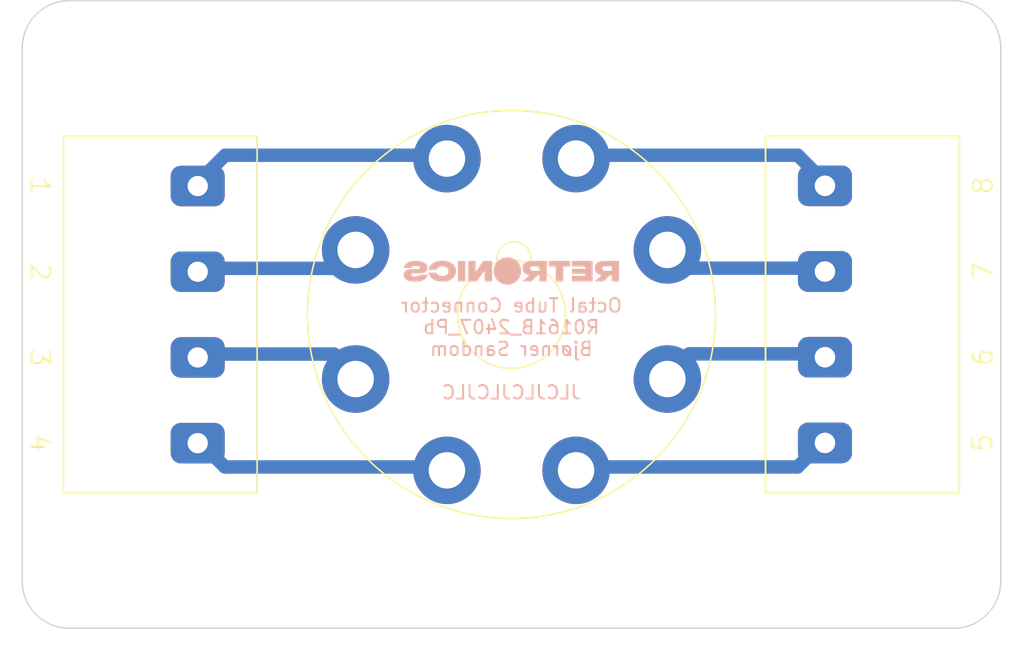
<source format=kicad_pcb>
(kicad_pcb (version 20221018) (generator pcbnew)
  (layers (0 "F.Cu" signal) (31 "B.Cu" signal) (34 "B.Paste" user) (35 "F.Paste" user) (36 "B.SilkS" user "B.Silkscreen") (37 "F.SilkS" user "F.Silkscreen") (38 "B.Mask" user) (39 "F.Mask" user) (44 "Edge.Cuts" user))
  (net 0 "")
  (net 1 "Net-(J1-Pin_1)")
  (net 2 "Net-(J1-Pin_2)")
  (net 3 "Net-(J1-Pin_3)")
  (net 4 "Net-(J1-Pin_4)")
  (net 5 "Net-(J1-Pin_5)")
  (net 6 "Net-(J1-Pin_6)")
  (net 7 "Net-(J1-Pin_7)")
  (net 8 "Net-(J1-Pin_8)")
  (footprint "MountingHole:MountingHole_3.2mm_M3" (layer "F.Cu") (at 89.5 118.5)
    (fp_text reference "H3" hide)
    (fp_text value "MountingHole")
    (pad "" np_thru_hole circle (at 0 0) (size 3.2 3.2) (drill 3.2) (layers "*.Cu" "*.Mask"))
  )
  (footprint "Retronics_Connectors:ScrewTerminal_JL635_4" (layer "F.Cu") (at 145.475 108.267 90)
    (fp_text reference "J3" hide)
    (fp_text value "ScrewTerminal")
    (fp_line (start -3.683 -4.4) (end -3.683 9.95) (stroke (width 0.12)) (layer "F.SilkS"))
    (fp_line (start -3.683 -4.4) (end 22.717 -4.4) (stroke (width 0.12)) (layer "F.SilkS"))
    (fp_line (start -3.683 9.95) (end 22.717 9.95) (stroke (width 0.12)) (layer "F.SilkS"))
    (fp_line (start 22.717 -4.4) (end 22.717 9.95) (stroke (width 0.12)) (layer "F.SilkS"))
    (pad "1" thru_hole roundrect locked (at 0 0 90) (size 3 4) (drill 1.5) (layers "*.Cu" "*.Mask") (net 5 "Net-(J1-Pin_5)"))
    (pad "2" thru_hole roundrect locked (at 6.35 0 90) (size 3 4) (drill 1.5) (layers "*.Cu" "*.Mask") (net 6 "Net-(J1-Pin_6)"))
    (pad "3" thru_hole roundrect locked (at 12.7 0 90) (size 3 4) (drill 1.5) (layers "*.Cu" "*.Mask") (net 7 "Net-(J1-Pin_7)"))
    (pad "4" thru_hole roundrect locked (at 19.05 0 90) (size 3 4) (drill 1.5) (layers "*.Cu" "*.Mask") (net 8 "Net-(J1-Pin_8)"))
  )
  (footprint "MountingHole:MountingHole_3.2mm_M3" (layer "F.Cu") (at 155 118.5)
    (fp_text reference "H4" hide)
    (fp_text value "MountingHole")
    (pad "" np_thru_hole circle (at 0 0) (size 3.2 3.2) (drill 3.2) (layers "*.Cu" "*.Mask"))
  )
  (footprint "MountingHole:MountingHole_3.2mm_M3" (layer "F.Cu") (at 89.5 79)
    (fp_text reference "H1" hide)
    (fp_text value "MountingHole")
    (pad "" np_thru_hole circle (at 0 0) (size 3.2 3.2) (drill 3.2) (layers "*.Cu" "*.Mask"))
  )
  (footprint "Retronics_Connectors:Octal_Ceramic" (layer "F.Cu") (at 122.25 98.75 22.5)
    (fp_text reference "J1" hide)
    (fp_text value "Octal Socket")
    (fp_arc (start 0.524274 -3.995145) (mid 2.260212 -4.891133) (end 2.75 -3) (stroke (width 0.12)) (layer "F.SilkS"))
    (fp_circle (center 0 0) (end 0 15.12) (stroke (width 0.12)) (fill none) (layer "F.SilkS"))
    (fp_circle (center 0 0) (end 4 0) (stroke (width 0.12)) (fill none) (layer "F.SilkS"))
    (pad "1" thru_hole oval locked (at 0 -12.5 22.5) (size 5 5) (drill 2.7) (layers "*.Cu" "*.Mask") (net 1 "Net-(J1-Pin_1)"))
    (pad "2" thru_hole oval locked (at -8.838834 -8.838834 22.5) (size 5 5) (drill 2.7) (layers "*.Cu" "*.Mask") (net 2 "Net-(J1-Pin_2)"))
    (pad "3" thru_hole oval locked (at -12.5 0 22.5) (size 5 5) (drill 2.7) (layers "*.Cu" "*.Mask") (net 3 "Net-(J1-Pin_3)"))
    (pad "4" thru_hole oval locked (at -8.838834 8.838834 22.5) (size 5 5) (drill 2.7) (layers "*.Cu" "*.Mask") (net 4 "Net-(J1-Pin_4)"))
    (pad "5" thru_hole oval locked (at 0 12.5 22.5) (size 5 5) (drill 2.7) (layers "*.Cu" "*.Mask") (net 5 "Net-(J1-Pin_5)"))
    (pad "6" thru_hole oval locked (at 8.838834 8.838834 22.5) (size 5 5) (drill 2.7) (layers "*.Cu" "*.Mask") (net 6 "Net-(J1-Pin_6)"))
    (pad "7" thru_hole oval locked (at 12.5 0 22.5) (size 5 5) (drill 2.7) (layers "*.Cu" "*.Mask") (net 7 "Net-(J1-Pin_7)"))
    (pad "8" thru_hole oval locked (at 8.838834 -8.838834 22.5) (size 5 5) (drill 2.7) (layers "*.Cu" "*.Mask") (net 8 "Net-(J1-Pin_8)"))
  )
  (footprint "Retronics_Connectors:ScrewTerminal_JL635_4" (layer "F.Cu") (at 145.475 108.267 90)
    (fp_text reference "J3" hide)
    (fp_text value "ScrewTerminal")
    (fp_line (start -3.683 -4.4) (end -3.683 9.95) (stroke (width 0.12)) (layer "F.SilkS"))
    (fp_line (start -3.683 -4.4) (end 22.717 -4.4) (stroke (width 0.12)) (layer "F.SilkS"))
    (fp_line (start -3.683 9.95) (end 22.717 9.95) (stroke (width 0.12)) (layer "F.SilkS"))
    (fp_line (start 22.717 -4.4) (end 22.717 9.95) (stroke (width 0.12)) (layer "F.SilkS"))
    (pad "1" thru_hole roundrect locked (at 0 0 90) (size 3 4) (drill 1.5) (layers "*.Cu" "*.Mask") (net 5 "Net-(J1-Pin_5)"))
    (pad "2" thru_hole roundrect locked (at 6.35 0 90) (size 3 4) (drill 1.5) (layers "*.Cu" "*.Mask") (net 6 "Net-(J1-Pin_6)"))
    (pad "3" thru_hole roundrect locked (at 12.7 0 90) (size 3 4) (drill 1.5) (layers "*.Cu" "*.Mask") (net 7 "Net-(J1-Pin_7)"))
    (pad "4" thru_hole roundrect locked (at 19.05 0 90) (size 3 4) (drill 1.5) (layers "*.Cu" "*.Mask") (net 8 "Net-(J1-Pin_8)"))
  )
  (footprint "Retronics_Connectors:ScrewTerminal_JL635_4" (layer "F.Cu") (at 145.475 108.267 90)
    (fp_text reference "J3" hide)
    (fp_text value "ScrewTerminal")
    (fp_line (start -3.683 -4.4) (end -3.683 9.95) (stroke (width 0.12)) (layer "F.SilkS"))
    (fp_line (start -3.683 -4.4) (end 22.717 -4.4) (stroke (width 0.12)) (layer "F.SilkS"))
    (fp_line (start -3.683 9.95) (end 22.717 9.95) (stroke (width 0.12)) (layer "F.SilkS"))
    (fp_line (start 22.717 -4.4) (end 22.717 9.95) (stroke (width 0.12)) (layer "F.SilkS"))
    (pad "1" thru_hole roundrect locked (at 0 0 90) (size 3 4) (drill 1.5) (layers "*.Cu" "*.Mask") (net 5 "Net-(J1-Pin_5)"))
    (pad "2" thru_hole roundrect locked (at 6.35 0 90) (size 3 4) (drill 1.5) (layers "*.Cu" "*.Mask") (net 6 "Net-(J1-Pin_6)"))
    (pad "3" thru_hole roundrect locked (at 12.7 0 90) (size 3 4) (drill 1.5) (layers "*.Cu" "*.Mask") (net 7 "Net-(J1-Pin_7)"))
    (pad "4" thru_hole roundrect locked (at 19.05 0 90) (size 3 4) (drill 1.5) (layers "*.Cu" "*.Mask") (net 8 "Net-(J1-Pin_8)"))
  )
  (footprint "MountingHole:MountingHole_3.2mm_M3" (layer "F.Cu") (at 155.075 79)
    (fp_text reference "H2" hide)
    (fp_text value "MountingHole")
    (pad "" np_thru_hole circle (at 0 0) (size 3.2 3.2) (drill 3.2) (layers "*.Cu" "*.Mask"))
  )
  (footprint "Retronics_Connectors:ScrewTerminal_JL635_4" (layer "F.Cu") (at 99 89.233 -90)
    (fp_text reference "J2" hide)
    (fp_text value "ScrewTerminal")
    (fp_line (start -3.683 -4.4) (end -3.683 9.95) (stroke (width 0.12)) (layer "F.SilkS"))
    (fp_line (start -3.683 -4.4) (end 22.717 -4.4) (stroke (width 0.12)) (layer "F.SilkS"))
    (fp_line (start -3.683 9.95) (end 22.717 9.95) (stroke (width 0.12)) (layer "F.SilkS"))
    (fp_line (start 22.717 -4.4) (end 22.717 9.95) (stroke (width 0.12)) (layer "F.SilkS"))
    (pad "1" thru_hole roundrect locked (at 0 0 270) (size 3 4) (drill 1.5) (layers "*.Cu" "*.Mask") (net 1 "Net-(J1-Pin_1)"))
    (pad "2" thru_hole roundrect locked (at 6.35 0 270) (size 3 4) (drill 1.5) (layers "*.Cu" "*.Mask") (net 2 "Net-(J1-Pin_2)"))
    (pad "3" thru_hole roundrect locked (at 12.7 0 270) (size 3 4) (drill 1.5) (layers "*.Cu" "*.Mask") (net 3 "Net-(J1-Pin_3)"))
    (pad "4" thru_hole roundrect locked (at 19.05 0 270) (size 3 4) (drill 1.5) (layers "*.Cu" "*.Mask") (net 4 "Net-(J1-Pin_4)"))
  )
  (footprint "Icons_Graphics:retronics_logo_18mm" (layer "B.Cu") (at 122.233221 95.5 180)
    (fp_text reference "G***" hide)
    (fp_text value "LOGO" hide)
    (fp_poly (pts (xy 3.955266 -0.805436) (xy 3.40872 -0.805436) (xy 3.40872 0.71914) (xy 3.955266 0.71914)) (fill solid) (layer "B.SilkS"))
    (fp_poly (pts (xy -2.761495 0.302039) (xy -3.293658 0.302039) (xy -3.293658 -0.805436) (xy -3.854587 -0.805436) (xy -3.854587 0.302039) (xy -4.38675 0.302039) (xy -4.38675 0.71914) (xy -2.761495 0.71914)) (fill solid) (layer "B.SilkS"))
    (fp_poly (pts (xy -4.48743 0.302416) (xy -4.98004 0.298632) (xy -5.472651 0.294847) (xy -5.481277 0.129445) (xy -4.48743 0.129445) (xy -4.48743 -0.229747) (xy -4.98004 -0.233531) (xy -5.472651 -0.237316) (xy -5.476998 -0.312825) (xy -5.481345 -0.388335) (xy -4.48743 -0.388335) (xy -4.48743 -0.805436) (xy -6.026388 -0.805436) (xy -6.026388 0.71914) (xy -4.48743 0.71914)) (fill solid) (layer "B.SilkS"))
    (fp_poly (pts (xy 3.192978 -0.805436) (xy 2.872961 -0.805087) (xy 2.552944 -0.804739) (xy 2.280299 -0.423734) (xy 2.214135 -0.332041) (xy 2.152853 -0.248582) (xy 2.098533 -0.176073) (xy 2.053252 -0.117232) (xy 2.019088 -0.074775) (xy 1.998121 -0.051418) (xy 1.992644 -0.047726) (xy 1.987361 -0.063863) (xy 1.98283 -0.10803) (xy 1.979086 -0.1795) (xy 1.976165 -0.277548) (xy 1.974102 -0.401446) (xy 1.973798 -0.429079) (xy 1.969964 -0.805436) (xy 1.423895 -0.805436) (xy 1.423895 0.71914) (xy 1.751104 0.718799) (xy 2.078312 0.718459) (xy 2.344394 0.32352) (xy 2.408635 0.22894) (xy 2.468368 0.142469) (xy 2.521582 0.066903) (xy 2.566267 0.00504) (xy 2.600413 -0.040323) (xy 2.622008 -0.06639) (xy 2.628454 -0.071666) (xy 2.63402 -0.065491) (xy 2.638394 -0.045108) (xy 2.641692 -0.007986) (xy 2.644028 0.048404) (xy 2.645517 0.126594) (xy 2.646275 0.229114) (xy 2.646432 0.323613) (xy 2.646432 0.71914) (xy 3.192978 0.71914)) (fill solid) (layer "B.SilkS"))
    (fp_poly (pts (xy 0.396381 0.986764) (xy 0.497528 0.971676) (xy 0.562636 0.95378) (xy 0.640126 0.926853) (xy 0.717076 0.89555) (xy 0.747204 0.881701) (xy 0.813643 0.847917) (xy 0.867514 0.815016) (xy 0.917634 0.776569) (xy 0.97282 0.726144) (xy 1.007961 0.69154) (xy 1.067562 0.629926) (xy 1.111702 0.578155) (xy 1.14681 0.527411) (xy 1.179317 0.468877) (xy 1.198121 0.430784) (xy 1.25434 0.297431) (xy 1.28943 0.1717) (xy 1.30539 0.04411) (xy 1.305202 -0.077163) (xy 1.283079 -0.246235) (xy 1.235265 -0.405192) (xy 1.163705 -0.551795) (xy 1.070343 -0.683805) (xy 0.957124 -0.798984) (xy 0.825993 -0.895094) (xy 0.678894 -0.969895) (xy 0.517771 -1.02115) (xy 0.477875 -1.029575) (xy 0.394573 -1.041211) (xy 0.303279 -1.047051) (xy 0.215925 -1.04673) (xy 0.144443 -1.039883) (xy 0.143827 -1.039777) (xy -0.027482 -0.996382) (xy -0.185131 -0.928824) (xy -0.327192 -0.838507) (xy -0.451737 -0.726835) (xy -0.556839 -0.595212) (xy -0.623335 -0.48109) (xy -0.685736 -0.326396) (xy -0.721165 -0.16846) (xy -0.730784 -0.010032) (xy -0.715754 0.146135) (xy -0.677238 0.297291) (xy -0.616396 0.440685) (xy -0.534392 0.573564) (xy -0.432388 0.693179) (xy -0.311544 0.796778) (xy -0.173023 0.881609) (xy -0.021575 0.943777) (xy 0.111868 0.975467) (xy 0.254957 0.989999)) (fill solid) (layer "B.SilkS"))
    (fp_poly (pts (xy -7.360391 0.719031) (xy -7.214601 0.718652) (xy -7.078431 0.71761) (xy -6.95497 0.715971) (xy -6.847304 0.713798) (xy -6.758519 0.711157) (xy -6.691704 0.708113) (xy -6.649946 0.704729) (xy -6.644848 0.704014) (xy -6.518565 0.671802) (xy -6.409212 0.618883) (xy -6.318886 0.546699) (xy -6.249684 0.456691) (xy -6.22947 0.418345) (xy -6.211939 0.377559) (xy -6.200811 0.339872) (xy -6.194687 0.296666) (xy -6.192164 0.239323) (xy -6.19179 0.186636) (xy -6.192403 0.11669) (xy -6.195374 0.066614) (xy -6.202402 0.027518) (xy -6.215184 -0.009487) (xy -6.235419 -0.053288) (xy -6.239036 -0.060656) (xy -6.298871 -0.153859) (xy -6.377441 -0.227087) (xy -6.476398 -0.281543) (xy -6.591569 -0.317154) (xy -6.636989 -0.328463) (xy -6.669495 -0.338839) (xy -6.680519 -0.344725) (xy -6.671639 -0.356182) (xy -6.643701 -0.3835) (xy -6.599647 -0.424005) (xy -6.54242 -0.475026) (xy -6.47496 -0.533889) (xy -6.425941 -0.576009) (xy -6.165769 -0.798244) (xy -6.499907 -0.802108) (xy -6.834045 -0.805971) (xy -7.078935 -0.571983) (xy -7.157382 -0.497324) (xy -7.218255 -0.440385) (xy -7.264567 -0.398795) (xy -7.299331 -0.370184) (xy -7.325559 -0.35218) (xy -7.346265 -0.342412) (xy -7.364461 -0.338509) (xy -7.376268 -0.337995) (xy -7.428709 -0.337995) (xy -7.432661 -0.571715) (xy -7.436613 -0.805436) (xy -7.982447 -0.805436) (xy -7.982447 -0.014382) (xy -7.436843 -0.014382) (xy -7.159503 -0.01436) (xy -7.059696 -0.013999) (xy -6.984202 -0.012707) (xy -6.928572 -0.010142) (xy -6.888359 -0.005962) (xy -6.859117 0.000174) (xy -6.836397 0.008608) (xy -6.831824 0.01081) (xy -6.786806 0.047738) (xy -6.760221 0.099328) (xy -6.752345 0.15793) (xy -6.763456 0.215893) (xy -6.79383 0.265568) (xy -6.821768 0.288427) (xy -6.839827 0.298198) (xy -6.860415 0.305321) (xy -6.887956 0.310128) (xy -6.926872 0.312951) (xy -6.981587 0.314122) (xy -7.056522 0.313973) (xy -7.148245 0.312941) (xy -7.428709 0.30923) (xy -7.436843 -0.014382) (xy -7.982447 -0.014382) (xy -7.982447 0.71914)) (fill solid) (layer "B.SilkS"))
    (fp_poly (pts (xy -2.009995 0.719031) (xy -1.864205 0.718652) (xy -1.728035 0.71761) (xy -1.604574 0.715971) (xy -1.496907 0.713798) (xy -1.408123 0.711157) (xy -1.341308 0.708113) (xy -1.299549 0.704729) (xy -1.294451 0.704014) (xy -1.168169 0.671802) (xy -1.058815 0.618883) (xy -0.968489 0.546699) (xy -0.899288 0.456691) (xy -0.879074 0.418345) (xy -0.861542 0.377559) (xy -0.850415 0.339872) (xy -0.844291 0.296666) (xy -0.841767 0.239323) (xy -0.841393 0.186636) (xy -0.842006 0.11669) (xy -0.844978 0.066614) (xy -0.852005 0.027518) (xy -0.864788 -0.009487) (xy -0.885023 -0.053288) (xy -0.88864 -0.060656) (xy -0.948474 -0.153859) (xy -1.027045 -0.227087) (xy -1.126002 -0.281543) (xy -1.241172 -0.317154) (xy -1.286593 -0.328463) (xy -1.319099 -0.338839) (xy -1.330123 -0.344725) (xy -1.321243 -0.356182) (xy -1.293305 -0.3835) (xy -1.249251 -0.424005) (xy -1.192023 -0.475026) (xy -1.124563 -0.533889) (xy -1.075544 -0.576009) (xy -0.815373 -0.798244) (xy -1.149511 -0.802108) (xy -1.483649 -0.805971) (xy -1.728539 -0.571983) (xy -1.806986 -0.497324) (xy -1.867859 -0.440385) (xy -1.914171 -0.398795) (xy -1.948934 -0.370184) (xy -1.975163 -0.35218) (xy -1.995869 -0.342412) (xy -2.014065 -0.338509) (xy -2.025871 -0.337995) (xy -2.078313 -0.337995) (xy -2.082265 -0.571715) (xy -2.086217 -0.805436) (xy -2.63205 -0.805436) (xy -2.63205 -0.014382) (xy -2.086447 -0.014382) (xy -1.809107 -0.01436) (xy -1.7093 -0.013999) (xy -1.633805 -0.012707) (xy -1.578175 -0.010142) (xy -1.537963 -0.005962) (xy -1.508721 0.000174) (xy -1.486001 0.008608) (xy -1.481427 0.01081) (xy -1.43641 0.047738) (xy -1.409824 0.099328) (xy -1.401948 0.15793) (xy -1.413059 0.215893) (xy -1.443434 0.265568) (xy -1.471371 0.288427) (xy -1.489431 0.298198) (xy -1.510019 0.305321) (xy -1.53756 0.310128) (xy -1.576476 0.312951) (xy -1.63119 0.314122) (xy -1.706125 0.313973) (xy -1.797849 0.312941) (xy -2.078313 0.30923) (xy -2.086447 -0.014382) (xy -2.63205 -0.014382) (xy -2.63205 0.71914)) (fill solid) (layer "B.SilkS"))
    (fp_poly (pts (xy 5.268274 0.720805) (xy 5.371739 0.711055) (xy 5.443782 0.698824) (xy 5.596378 0.655029) (xy 5.733297 0.595551) (xy 5.852418 0.522209) (xy 5.95162 0.436823) (xy 6.028782 0.341212) (xy 6.081785 0.237196) (xy 6.108259 0.128723) (xy 6.11669 0.057531) (xy 5.828 0.057531) (xy 5.730006 0.057648) (xy 5.65695 0.058251) (xy 5.605004 0.059722) (xy 5.570341 0.062442) (xy 5.549132 0.066794) (xy 5.537551 0.073158) (xy 5.53177 0.081916) (xy 5.529881 0.087242) (xy 5.514767 0.116084) (xy 5.487985 0.153286) (xy 5.476271 0.167271) (xy 5.406635 0.226219) (xy 5.318218 0.26996) (xy 5.217096 0.297759) (xy 5.109346 0.308883) (xy 5.001045 0.302599) (xy 4.89827 0.278174) (xy 4.825424 0.245818) (xy 4.753806 0.190247) (xy 4.701546 0.117959) (xy 4.669761 0.034478) (xy 4.659567 -0.054672) (xy 4.67208 -0.143965) (xy 4.708419 -0.227877) (xy 4.724795 -0.252067) (xy 4.782225 -0.306774) (xy 4.860097 -0.348939) (xy 4.9526 -0.37777) (xy 5.053922 -0.392478) (xy 5.158248 -0.392272) (xy 5.259768 -0.37636) (xy 5.352668 -0.343951) (xy 5.362999 -0.338897) (xy 5.420507 -0.302334) (xy 5.473028 -0.255952) (xy 5.512822 -0.207423) (xy 5.529881 -0.173538) (xy 5.534211 -0.163455) (xy 5.542451 -0.155955) (xy 5.558431 -0.150657) (xy 5.585978 -0.147179) (xy 5.628922 -0.145139) (xy 5.69109 -0.144156) (xy 5.776311 -0.143848) (xy 5.827868 -0.143828) (xy 6.116425 -0.143828) (xy 6.109362 -0.206486) (xy 6.093734 -0.27431) (xy 6.063443 -0.352286) (xy 6.023388 -0.429483) (xy 5.982013 -0.490562) (xy 5.907191 -0.566575) (xy 5.809642 -0.637222) (xy 5.695323 -0.699256) (xy 5.570196 -0.74943) (xy 5.443884 -0.783748) (xy 5.365682 -0.796097) (xy 5.269733 -0.805505) (xy 5.16505 -0.811621) (xy 5.060646 -0.814093) (xy 4.965533 -0.812569) (xy 4.888724 -0.806698) (xy 4.881345 -0.80571) (xy 4.713206 -0.771125) (xy 4.560767 -0.717984) (xy 4.426259 -0.647576) (xy 4.31191 -0.561188) (xy 4.219949 -0.46011) (xy 4.180987 -0.400914) (xy 4.13122 -0.28819) (xy 4.102556 -0.16259) (xy 4.094832 -0.030609) (xy 4.107882 0.101257) (xy 4.141545 0.226515) (xy 4.195657 0.338669) (xy 4.199779 0.345196) (xy 4.276612 0.440297) (xy 4.377709 0.526182) (xy 4.499395 0.600485) (xy 4.637995 0.660841) (xy 4.739127 0.692469) (xy 4.820045 0.708175) (xy 4.921365 0.718933) (xy 5.035141 0.724672) (xy 5.153426 0.72532)) (fill solid) (layer "B.SilkS"))
    (fp_poly (pts (xy 7.230945 0.722033) (xy 7.354879 0.706754) (xy 7.457522 0.687737) (xy 7.546287 0.663146) (xy 7.628588 0.631144) (xy 7.663413 0.614853) (xy 7.772486 0.54829) (xy 7.859135 0.467067) (xy 7.921748 0.373128) (xy 7.958713 0.26842) (xy 7.961336 0.255295) (xy 7.971264 0.201359) (xy 7.405277 0.201359) (xy 7.370302 0.242925) (xy 7.320652 0.285344) (xy 7.251975 0.315509) (xy 7.161267 0.334448) (xy 7.082134 0.341629) (xy 6.981857 0.342618) (xy 6.904014 0.332441) (xy 6.844152 0.310157) (xy 6.806653 0.283377) (xy 6.778837 0.242457) (xy 6.776172 0.198685) (xy 6.798288 0.159741) (xy 6.81319 0.147755) (xy 6.828411 0.139798) (xy 6.849451 0.133413) (xy 6.879841 0.128309) (xy 6.923112 0.124188) (xy 6.982796 0.120759) (xy 7.062423 0.117725) (xy 7.165525 0.114793) (xy 7.226695 0.11328) (xy 7.344603 0.110214) (xy 7.437913 0.107086) (xy 7.510791 0.10355) (xy 7.567404 0.099257) (xy 7.611917 0.093858) (xy 7.648497 0.087005) (xy 7.68131 0.078351) (xy 7.69479 0.074154) (xy 7.789567 0.033538) (xy 7.862556 -0.021831) (xy 7.918697 -0.096078) (xy 7.934721 -0.126143) (xy 7.956286 -0.174792) (xy 7.96839 -0.218214) (xy 7.973405 -0.268381) (xy 7.973888 -0.323612) (xy 7.968398 -0.410971) (xy 7.954497 -0.477174) (xy 7.948457 -0.49293) (xy 7.906479 -0.562329) (xy 7.846533 -0.629893) (xy 7.778133 -0.68529) (xy 7.762175 -0.695241) (xy 7.664518 -0.740197) (xy 7.543949 -0.77537) (xy 7.404796 -0.800222) (xy 7.251388 -0.814218) (xy 7.088053 -0.816819) (xy 6.919118 -0.80749) (xy 6.884725 -0.804112) (xy 6.728667 -0.778744) (xy 6.587074 -0.737823) (xy 6.463547 -0.682765) (xy 6.361683 -0.614986) (xy 6.328222 -0.585035) (xy 6.277556 -0.525169) (xy 6.236095 -0.456887) (xy 6.208434 -0.389111) (xy 6.199121 -0.334399) (xy 6.19898 -0.287655) (xy 6.747383 -0.287655) (xy 6.782609 -0.329519) (xy 6.831616 -0.369759) (xy 6.902836 -0.399339) (xy 6.998079 -0.418831) (xy 7.094145 -0.427618) (xy 7.206625 -0.428876) (xy 7.293285 -0.418662) (xy 7.354804 -0.396695) (xy 7.39186 -0.362697) (xy 7.405131 -0.316388) (xy 7.40455 -0.299788) (xy 7.395173 -0.263102) (xy 7.370235 -0.238074) (xy 7.349603 -0.226551) (xy 7.327978 -0.217654) (xy 7.300889 -0.211082) (xy 7.263947 -0.206504) (xy 7.212763 -0.203587) (xy 7.142948 -0.202) (xy 7.050113 -0.201412) (xy 7.016244 -0.201381) (xy 6.857422 -0.199599) (xy 6.724161 -0.193858) (xy 6.61345 -0.183524) (xy 6.522276 -0.167964) (xy 6.447628 -0.146545) (xy 6.386494 -0.118633) (xy 6.335862 -0.083596) (xy 6.301965 -0.051174) (xy 6.244563 0.031314) (xy 6.210995 0.125143) (xy 6.201485 0.225217) (xy 6.216259 0.326437) (xy 6.255545 0.423709) (xy 6.279205 0.461865) (xy 6.344186 0.532317) (xy 6.433269 0.593627) (xy 6.542984 0.644846) (xy 6.669859 0.685024) (xy 6.810423 0.713213) (xy 6.961205 0.728464) (xy 7.118733 0.729828)) (fill solid) (layer "B.SilkS"))
  )
  (gr_arc (start 158.5 118.5) (mid 157.474874 120.974874) (end 155 122) (stroke (width 0.1)) (layer "Edge.Cuts"))
  (gr_arc (start 155 75.5) (mid 157.474874 76.525126) (end 158.5 79) (stroke (width 0.1)) (layer "Edge.Cuts"))
  (gr_line (start 89.5 122) (end 155 122) (stroke (width 0.1)) (layer "Edge.Cuts"))
  (gr_line (start 155 75.5) (end 89.5 75.5) (stroke (width 0.1)) (layer "Edge.Cuts"))
  (gr_line (start 86 79) (end 86 118.5) (stroke (width 0.1)) (layer "Edge.Cuts"))
  (gr_line (start 158.5 118.5) (end 158.5 79) (stroke (width 0.1)) (layer "Edge.Cuts"))
  (gr_arc (start 89.5 122) (mid 87.025126 120.974874) (end 86 118.5) (stroke (width 0.1)) (layer "Edge.Cuts"))
  (gr_arc (start 86 79) (mid 87.025126 76.525126) (end 89.5 75.5) (stroke (width 0.1)) (layer "Edge.Cuts"))
  (gr_text "Octal Tube Connector\nR0161B_2407_Pb\nBjørner Sandom\n\nJLCJLCJLCJLC\n" (at 122.2375 97.5) (layer "B.SilkS") (effects (font (size 1 1)) (justify top mirror)))
  (gr_text "1" (at 86.5 88.481334 270) (layer "F.SilkS") (effects (font (size 1.4 1.4)) (justify left bottom)))
  (gr_text "3" (at 86.5 101.181334 270) (layer "F.SilkS") (effects (font (size 1.4 1.4)) (justify left bottom)))
  (gr_text "4" (at 86.5 107.531334 270) (layer "F.SilkS") (effects (font (size 1.4 1.4)) (justify left bottom)))
  (gr_text "2" (at 86.5 94.831334 270) (layer "F.SilkS") (effects (font (size 1.4 1.4)) (justify left bottom)))
  (gr_text "7" (at 158 96.318667 90) (layer "F.SilkS") (effects (font (size 1.4 1.4)) (justify left bottom)))
  (gr_text "8" (at 158 89.968667 90) (layer "F.SilkS") (effects (font (size 1.4 1.4)) (justify left bottom)))
  (gr_text "6" (at 158 102.668667 90) (layer "F.SilkS") (effects (font (size 1.4 1.4)) (justify left bottom)))
  (gr_text "7" (at 158 96.318667 90) (layer "F.SilkS") (effects (font (size 1.4 1.4)) (justify left bottom)))
  (gr_text "6" (at 158 102.668667 90) (layer "F.SilkS") (effects (font (size 1.4 1.4)) (justify left bottom)))
  (gr_text "5" (at 157.975 109.018667 90) (layer "F.SilkS") (effects (font (size 1.4 1.4)) (justify left bottom)))
  (segment (start 99 88.983) (end 101.031494 86.951506) (width 1) (layer "B.Cu") (net 1))
  (segment (start 101.031494 86.951506) (end 117.466457 86.951506) (width 1) (layer "B.Cu") (net 1))
  (segment (start 99 95.333) (end 109.084965 95.333) (width 1) (layer "B.Cu") (net 2))
  (segment (start 109.084965 95.333) (end 110.701507 93.716458) (width 1) (layer "B.Cu") (net 2))
  (segment (start 99 101.683) (end 109.100963 101.683) (width 1) (layer "B.Cu") (net 3))
  (segment (start 109.100963 101.683) (end 110.701506 103.283543) (width 1) (layer "B.Cu") (net 3))
  (segment (start 99 108.033) (end 101.015493 110.048493) (width 1) (layer "B.Cu") (net 4))
  (segment (start 101.015493 110.048493) (end 117.466458 110.048493) (width 1) (layer "B.Cu") (net 4))
  (segment (start 143.443506 110.048494) (end 127.033543 110.048494) (width 1) (layer "B.Cu") (net 5))
  (segment (start 145.475 108.017) (end 143.443506 110.048494) (width 1) (layer "B.Cu") (net 5))
  (segment (start 135.415035 101.667) (end 133.798493 103.283542) (width 1) (layer "B.Cu") (net 6))
  (segment (start 145.475 101.667) (end 135.415035 101.667) (width 1) (layer "B.Cu") (net 6))
  (segment (start 145.475 95.317) (end 135.399037 95.317) (width 1) (layer "B.Cu") (net 7))
  (segment (start 135.399037 95.317) (end 133.798494 93.716457) (width 1) (layer "B.Cu") (net 7))
  (segment (start 143.459507 86.951507) (end 127.033542 86.951507) (width 1) (layer "B.Cu") (net 8))
  (segment (start 145.475 88.967) (end 143.459507 86.951507) (width 1) (layer "B.Cu") (net 8))
)
</source>
